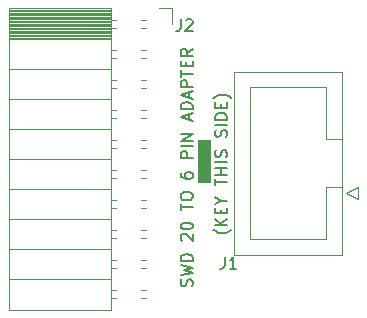
<source format=gbr>
%TF.GenerationSoftware,KiCad,Pcbnew,(5.1.10)-1*%
%TF.CreationDate,2023-09-26T12:08:48+02:00*%
%TF.ProjectId,arm_20-6pin_K24DI1MA,61726d5f-3230-42d3-9670-696e5f4b3234,rev?*%
%TF.SameCoordinates,Original*%
%TF.FileFunction,Legend,Top*%
%TF.FilePolarity,Positive*%
%FSLAX46Y46*%
G04 Gerber Fmt 4.6, Leading zero omitted, Abs format (unit mm)*
G04 Created by KiCad (PCBNEW (5.1.10)-1) date 2023-09-26 12:08:48*
%MOMM*%
%LPD*%
G01*
G04 APERTURE LIST*
%ADD10C,0.100000*%
%ADD11C,0.150000*%
%ADD12C,0.120000*%
G04 APERTURE END LIST*
D10*
G36*
X148500000Y-74500000D02*
G01*
X147500000Y-74500000D01*
X147500000Y-71000000D01*
X148500000Y-71000000D01*
X148500000Y-74500000D01*
G37*
X148500000Y-74500000D02*
X147500000Y-74500000D01*
X147500000Y-71000000D01*
X148500000Y-71000000D01*
X148500000Y-74500000D01*
D11*
X150333333Y-78571428D02*
X150285714Y-78619047D01*
X150142857Y-78714285D01*
X150047619Y-78761904D01*
X149904761Y-78809523D01*
X149666666Y-78857142D01*
X149476190Y-78857142D01*
X149238095Y-78809523D01*
X149095238Y-78761904D01*
X149000000Y-78714285D01*
X148857142Y-78619047D01*
X148809523Y-78571428D01*
X149952380Y-78190476D02*
X148952380Y-78190476D01*
X149952380Y-77619047D02*
X149380952Y-78047619D01*
X148952380Y-77619047D02*
X149523809Y-78190476D01*
X149428571Y-77190476D02*
X149428571Y-76857142D01*
X149952380Y-76714285D02*
X149952380Y-77190476D01*
X148952380Y-77190476D01*
X148952380Y-76714285D01*
X149476190Y-76095238D02*
X149952380Y-76095238D01*
X148952380Y-76428571D02*
X149476190Y-76095238D01*
X148952380Y-75761904D01*
X148952380Y-74809523D02*
X148952380Y-74238095D01*
X149952380Y-74523809D02*
X148952380Y-74523809D01*
X149952380Y-73904761D02*
X148952380Y-73904761D01*
X149428571Y-73904761D02*
X149428571Y-73333333D01*
X149952380Y-73333333D02*
X148952380Y-73333333D01*
X149952380Y-72857142D02*
X148952380Y-72857142D01*
X149904761Y-72428571D02*
X149952380Y-72285714D01*
X149952380Y-72047619D01*
X149904761Y-71952380D01*
X149857142Y-71904761D01*
X149761904Y-71857142D01*
X149666666Y-71857142D01*
X149571428Y-71904761D01*
X149523809Y-71952380D01*
X149476190Y-72047619D01*
X149428571Y-72238095D01*
X149380952Y-72333333D01*
X149333333Y-72380952D01*
X149238095Y-72428571D01*
X149142857Y-72428571D01*
X149047619Y-72380952D01*
X149000000Y-72333333D01*
X148952380Y-72238095D01*
X148952380Y-72000000D01*
X149000000Y-71857142D01*
X149904761Y-70714285D02*
X149952380Y-70571428D01*
X149952380Y-70333333D01*
X149904761Y-70238095D01*
X149857142Y-70190476D01*
X149761904Y-70142857D01*
X149666666Y-70142857D01*
X149571428Y-70190476D01*
X149523809Y-70238095D01*
X149476190Y-70333333D01*
X149428571Y-70523809D01*
X149380952Y-70619047D01*
X149333333Y-70666666D01*
X149238095Y-70714285D01*
X149142857Y-70714285D01*
X149047619Y-70666666D01*
X149000000Y-70619047D01*
X148952380Y-70523809D01*
X148952380Y-70285714D01*
X149000000Y-70142857D01*
X149952380Y-69714285D02*
X148952380Y-69714285D01*
X149952380Y-69238095D02*
X148952380Y-69238095D01*
X148952380Y-69000000D01*
X149000000Y-68857142D01*
X149095238Y-68761904D01*
X149190476Y-68714285D01*
X149380952Y-68666666D01*
X149523809Y-68666666D01*
X149714285Y-68714285D01*
X149809523Y-68761904D01*
X149904761Y-68857142D01*
X149952380Y-69000000D01*
X149952380Y-69238095D01*
X149428571Y-68238095D02*
X149428571Y-67904761D01*
X149952380Y-67761904D02*
X149952380Y-68238095D01*
X148952380Y-68238095D01*
X148952380Y-67761904D01*
X150333333Y-67428571D02*
X150285714Y-67380952D01*
X150142857Y-67285714D01*
X150047619Y-67238095D01*
X149904761Y-67190476D01*
X149666666Y-67142857D01*
X149476190Y-67142857D01*
X149238095Y-67190476D01*
X149095238Y-67238095D01*
X149000000Y-67285714D01*
X148857142Y-67380952D01*
X148809523Y-67428571D01*
X147004761Y-83347619D02*
X147052380Y-83204761D01*
X147052380Y-82966666D01*
X147004761Y-82871428D01*
X146957142Y-82823809D01*
X146861904Y-82776190D01*
X146766666Y-82776190D01*
X146671428Y-82823809D01*
X146623809Y-82871428D01*
X146576190Y-82966666D01*
X146528571Y-83157142D01*
X146480952Y-83252380D01*
X146433333Y-83300000D01*
X146338095Y-83347619D01*
X146242857Y-83347619D01*
X146147619Y-83300000D01*
X146100000Y-83252380D01*
X146052380Y-83157142D01*
X146052380Y-82919047D01*
X146100000Y-82776190D01*
X146052380Y-82442857D02*
X147052380Y-82204761D01*
X146338095Y-82014285D01*
X147052380Y-81823809D01*
X146052380Y-81585714D01*
X147052380Y-81204761D02*
X146052380Y-81204761D01*
X146052380Y-80966666D01*
X146100000Y-80823809D01*
X146195238Y-80728571D01*
X146290476Y-80680952D01*
X146480952Y-80633333D01*
X146623809Y-80633333D01*
X146814285Y-80680952D01*
X146909523Y-80728571D01*
X147004761Y-80823809D01*
X147052380Y-80966666D01*
X147052380Y-81204761D01*
X146147619Y-79490476D02*
X146100000Y-79442857D01*
X146052380Y-79347619D01*
X146052380Y-79109523D01*
X146100000Y-79014285D01*
X146147619Y-78966666D01*
X146242857Y-78919047D01*
X146338095Y-78919047D01*
X146480952Y-78966666D01*
X147052380Y-79538095D01*
X147052380Y-78919047D01*
X146052380Y-78300000D02*
X146052380Y-78204761D01*
X146100000Y-78109523D01*
X146147619Y-78061904D01*
X146242857Y-78014285D01*
X146433333Y-77966666D01*
X146671428Y-77966666D01*
X146861904Y-78014285D01*
X146957142Y-78061904D01*
X147004761Y-78109523D01*
X147052380Y-78204761D01*
X147052380Y-78300000D01*
X147004761Y-78395238D01*
X146957142Y-78442857D01*
X146861904Y-78490476D01*
X146671428Y-78538095D01*
X146433333Y-78538095D01*
X146242857Y-78490476D01*
X146147619Y-78442857D01*
X146100000Y-78395238D01*
X146052380Y-78300000D01*
X146052380Y-76919047D02*
X146052380Y-76347619D01*
X147052380Y-76633333D02*
X146052380Y-76633333D01*
X146052380Y-75823809D02*
X146052380Y-75633333D01*
X146100000Y-75538095D01*
X146195238Y-75442857D01*
X146385714Y-75395238D01*
X146719047Y-75395238D01*
X146909523Y-75442857D01*
X147004761Y-75538095D01*
X147052380Y-75633333D01*
X147052380Y-75823809D01*
X147004761Y-75919047D01*
X146909523Y-76014285D01*
X146719047Y-76061904D01*
X146385714Y-76061904D01*
X146195238Y-76014285D01*
X146100000Y-75919047D01*
X146052380Y-75823809D01*
X146052380Y-73776190D02*
X146052380Y-73966666D01*
X146100000Y-74061904D01*
X146147619Y-74109523D01*
X146290476Y-74204761D01*
X146480952Y-74252380D01*
X146861904Y-74252380D01*
X146957142Y-74204761D01*
X147004761Y-74157142D01*
X147052380Y-74061904D01*
X147052380Y-73871428D01*
X147004761Y-73776190D01*
X146957142Y-73728571D01*
X146861904Y-73680952D01*
X146623809Y-73680952D01*
X146528571Y-73728571D01*
X146480952Y-73776190D01*
X146433333Y-73871428D01*
X146433333Y-74061904D01*
X146480952Y-74157142D01*
X146528571Y-74204761D01*
X146623809Y-74252380D01*
X147052380Y-72490476D02*
X146052380Y-72490476D01*
X146052380Y-72109523D01*
X146100000Y-72014285D01*
X146147619Y-71966666D01*
X146242857Y-71919047D01*
X146385714Y-71919047D01*
X146480952Y-71966666D01*
X146528571Y-72014285D01*
X146576190Y-72109523D01*
X146576190Y-72490476D01*
X147052380Y-71490476D02*
X146052380Y-71490476D01*
X147052380Y-71014285D02*
X146052380Y-71014285D01*
X147052380Y-70442857D01*
X146052380Y-70442857D01*
X146766666Y-69252380D02*
X146766666Y-68776190D01*
X147052380Y-69347619D02*
X146052380Y-69014285D01*
X147052380Y-68680952D01*
X147052380Y-68347619D02*
X146052380Y-68347619D01*
X146052380Y-68109523D01*
X146100000Y-67966666D01*
X146195238Y-67871428D01*
X146290476Y-67823809D01*
X146480952Y-67776190D01*
X146623809Y-67776190D01*
X146814285Y-67823809D01*
X146909523Y-67871428D01*
X147004761Y-67966666D01*
X147052380Y-68109523D01*
X147052380Y-68347619D01*
X146766666Y-67395238D02*
X146766666Y-66919047D01*
X147052380Y-67490476D02*
X146052380Y-67157142D01*
X147052380Y-66823809D01*
X147052380Y-66490476D02*
X146052380Y-66490476D01*
X146052380Y-66109523D01*
X146100000Y-66014285D01*
X146147619Y-65966666D01*
X146242857Y-65919047D01*
X146385714Y-65919047D01*
X146480952Y-65966666D01*
X146528571Y-66014285D01*
X146576190Y-66109523D01*
X146576190Y-66490476D01*
X146052380Y-65633333D02*
X146052380Y-65061904D01*
X147052380Y-65347619D02*
X146052380Y-65347619D01*
X146528571Y-64728571D02*
X146528571Y-64395238D01*
X147052380Y-64252380D02*
X147052380Y-64728571D01*
X146052380Y-64728571D01*
X146052380Y-64252380D01*
X147052380Y-63252380D02*
X146576190Y-63585714D01*
X147052380Y-63823809D02*
X146052380Y-63823809D01*
X146052380Y-63442857D01*
X146100000Y-63347619D01*
X146147619Y-63300000D01*
X146242857Y-63252380D01*
X146385714Y-63252380D01*
X146480952Y-63300000D01*
X146528571Y-63347619D01*
X146576190Y-63442857D01*
X146576190Y-63823809D01*
D12*
%TO.C,J2*%
X131555000Y-59940000D02*
X140185000Y-59940000D01*
X131555000Y-60058095D02*
X140185000Y-60058095D01*
X131555000Y-60176190D02*
X140185000Y-60176190D01*
X131555000Y-60294285D02*
X140185000Y-60294285D01*
X131555000Y-60412380D02*
X140185000Y-60412380D01*
X131555000Y-60530475D02*
X140185000Y-60530475D01*
X131555000Y-60648570D02*
X140185000Y-60648570D01*
X131555000Y-60766665D02*
X140185000Y-60766665D01*
X131555000Y-60884760D02*
X140185000Y-60884760D01*
X131555000Y-61002855D02*
X140185000Y-61002855D01*
X131555000Y-61120950D02*
X140185000Y-61120950D01*
X131555000Y-61239045D02*
X140185000Y-61239045D01*
X131555000Y-61357140D02*
X140185000Y-61357140D01*
X131555000Y-61475235D02*
X140185000Y-61475235D01*
X131555000Y-61593330D02*
X140185000Y-61593330D01*
X131555000Y-61711425D02*
X140185000Y-61711425D01*
X131555000Y-61829520D02*
X140185000Y-61829520D01*
X131555000Y-61947615D02*
X140185000Y-61947615D01*
X131555000Y-62065710D02*
X140185000Y-62065710D01*
X131555000Y-62183805D02*
X140185000Y-62183805D01*
X131555000Y-62301900D02*
X140185000Y-62301900D01*
X140185000Y-60790000D02*
X140595000Y-60790000D01*
X142695000Y-60790000D02*
X143075000Y-60790000D01*
X140185000Y-61510000D02*
X140595000Y-61510000D01*
X142695000Y-61510000D02*
X143075000Y-61510000D01*
X140185000Y-63330000D02*
X140595000Y-63330000D01*
X142695000Y-63330000D02*
X143135000Y-63330000D01*
X140185000Y-64050000D02*
X140595000Y-64050000D01*
X142695000Y-64050000D02*
X143135000Y-64050000D01*
X140185000Y-65870000D02*
X140595000Y-65870000D01*
X142695000Y-65870000D02*
X143135000Y-65870000D01*
X140185000Y-66590000D02*
X140595000Y-66590000D01*
X142695000Y-66590000D02*
X143135000Y-66590000D01*
X140185000Y-68410000D02*
X140595000Y-68410000D01*
X142695000Y-68410000D02*
X143135000Y-68410000D01*
X140185000Y-69130000D02*
X140595000Y-69130000D01*
X142695000Y-69130000D02*
X143135000Y-69130000D01*
X140185000Y-70950000D02*
X140595000Y-70950000D01*
X142695000Y-70950000D02*
X143135000Y-70950000D01*
X140185000Y-71670000D02*
X140595000Y-71670000D01*
X142695000Y-71670000D02*
X143135000Y-71670000D01*
X140185000Y-73490000D02*
X140595000Y-73490000D01*
X142695000Y-73490000D02*
X143135000Y-73490000D01*
X140185000Y-74210000D02*
X140595000Y-74210000D01*
X142695000Y-74210000D02*
X143135000Y-74210000D01*
X140185000Y-76030000D02*
X140595000Y-76030000D01*
X142695000Y-76030000D02*
X143135000Y-76030000D01*
X140185000Y-76750000D02*
X140595000Y-76750000D01*
X142695000Y-76750000D02*
X143135000Y-76750000D01*
X140185000Y-78570000D02*
X140595000Y-78570000D01*
X142695000Y-78570000D02*
X143135000Y-78570000D01*
X140185000Y-79290000D02*
X140595000Y-79290000D01*
X142695000Y-79290000D02*
X143135000Y-79290000D01*
X140185000Y-81110000D02*
X140595000Y-81110000D01*
X142695000Y-81110000D02*
X143135000Y-81110000D01*
X140185000Y-81830000D02*
X140595000Y-81830000D01*
X142695000Y-81830000D02*
X143135000Y-81830000D01*
X140185000Y-83650000D02*
X140595000Y-83650000D01*
X142695000Y-83650000D02*
X143135000Y-83650000D01*
X140185000Y-84370000D02*
X140595000Y-84370000D01*
X142695000Y-84370000D02*
X143135000Y-84370000D01*
X131555000Y-62420000D02*
X140185000Y-62420000D01*
X131555000Y-64960000D02*
X140185000Y-64960000D01*
X131555000Y-67500000D02*
X140185000Y-67500000D01*
X131555000Y-70040000D02*
X140185000Y-70040000D01*
X131555000Y-72580000D02*
X140185000Y-72580000D01*
X131555000Y-75120000D02*
X140185000Y-75120000D01*
X131555000Y-77660000D02*
X140185000Y-77660000D01*
X131555000Y-80200000D02*
X140185000Y-80200000D01*
X131555000Y-82740000D02*
X140185000Y-82740000D01*
X131555000Y-59820000D02*
X140185000Y-59820000D01*
X140185000Y-59820000D02*
X140185000Y-85340000D01*
X131555000Y-85340000D02*
X140185000Y-85340000D01*
X131555000Y-59820000D02*
X131555000Y-85340000D01*
X145295000Y-59820000D02*
X145295000Y-61150000D01*
X144185000Y-59820000D02*
X145295000Y-59820000D01*
%TO.C,J1*%
X159690000Y-80690000D02*
X150570000Y-80690000D01*
X150570000Y-80690000D02*
X150570000Y-65190000D01*
X150570000Y-65190000D02*
X159690000Y-65190000D01*
X159690000Y-65190000D02*
X159690000Y-80690000D01*
X159690000Y-74990000D02*
X158380000Y-74990000D01*
X158380000Y-74990000D02*
X158380000Y-79390000D01*
X158380000Y-79390000D02*
X151880000Y-79390000D01*
X151880000Y-79390000D02*
X151880000Y-66490000D01*
X151880000Y-66490000D02*
X158380000Y-66490000D01*
X158380000Y-66490000D02*
X158380000Y-70890000D01*
X158380000Y-70890000D02*
X158380000Y-70890000D01*
X158380000Y-70890000D02*
X159690000Y-70890000D01*
X160080000Y-75480000D02*
X161080000Y-75980000D01*
X161080000Y-75980000D02*
X161080000Y-74980000D01*
X161080000Y-74980000D02*
X160080000Y-75480000D01*
%TO.C,J2*%
D11*
X146066666Y-60752380D02*
X146066666Y-61466666D01*
X146019047Y-61609523D01*
X145923809Y-61704761D01*
X145780952Y-61752380D01*
X145685714Y-61752380D01*
X146495238Y-60847619D02*
X146542857Y-60800000D01*
X146638095Y-60752380D01*
X146876190Y-60752380D01*
X146971428Y-60800000D01*
X147019047Y-60847619D01*
X147066666Y-60942857D01*
X147066666Y-61038095D01*
X147019047Y-61180952D01*
X146447619Y-61752380D01*
X147066666Y-61752380D01*
%TO.C,J1*%
X149766666Y-80852380D02*
X149766666Y-81566666D01*
X149719047Y-81709523D01*
X149623809Y-81804761D01*
X149480952Y-81852380D01*
X149385714Y-81852380D01*
X150766666Y-81852380D02*
X150195238Y-81852380D01*
X150480952Y-81852380D02*
X150480952Y-80852380D01*
X150385714Y-80995238D01*
X150290476Y-81090476D01*
X150195238Y-81138095D01*
%TD*%
M02*

</source>
